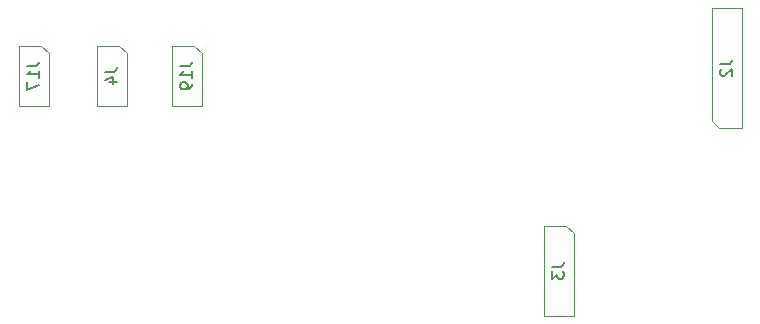
<source format=gbr>
%TF.GenerationSoftware,KiCad,Pcbnew,(6.0.5)*%
%TF.CreationDate,2023-03-12T20:27:37+02:00*%
%TF.ProjectId,rpi-cm4-base-carrier-rocket,7270692d-636d-4342-9d62-6173652d6361,v01*%
%TF.SameCoordinates,Original*%
%TF.FileFunction,AssemblyDrawing,Bot*%
%FSLAX46Y46*%
G04 Gerber Fmt 4.6, Leading zero omitted, Abs format (unit mm)*
G04 Created by KiCad (PCBNEW (6.0.5)) date 2023-03-12 20:27:37*
%MOMM*%
%LPD*%
G01*
G04 APERTURE LIST*
%ADD10C,0.150000*%
%ADD11C,0.100000*%
G04 APERTURE END LIST*
D10*
%TO.C,J4*%
X114514380Y-122094666D02*
X115228666Y-122094666D01*
X115371523Y-122047047D01*
X115466761Y-121951809D01*
X115514380Y-121808952D01*
X115514380Y-121713714D01*
X114847714Y-122999428D02*
X115514380Y-122999428D01*
X114466761Y-122761333D02*
X115181047Y-122523238D01*
X115181047Y-123142285D01*
%TO.C,J2*%
X166584380Y-121449666D02*
X167298666Y-121449666D01*
X167441523Y-121402047D01*
X167536761Y-121306809D01*
X167584380Y-121163952D01*
X167584380Y-121068714D01*
X166679619Y-121878238D02*
X166632000Y-121925857D01*
X166584380Y-122021095D01*
X166584380Y-122259190D01*
X166632000Y-122354428D01*
X166679619Y-122402047D01*
X166774857Y-122449666D01*
X166870095Y-122449666D01*
X167012952Y-122402047D01*
X167584380Y-121830619D01*
X167584380Y-122449666D01*
%TO.C,J3*%
X152360380Y-138604666D02*
X153074666Y-138604666D01*
X153217523Y-138557047D01*
X153312761Y-138461809D01*
X153360380Y-138318952D01*
X153360380Y-138223714D01*
X152360380Y-138985619D02*
X152360380Y-139604666D01*
X152741333Y-139271333D01*
X152741333Y-139414190D01*
X152788952Y-139509428D01*
X152836571Y-139557047D01*
X152931809Y-139604666D01*
X153169904Y-139604666D01*
X153265142Y-139557047D01*
X153312761Y-139509428D01*
X153360380Y-139414190D01*
X153360380Y-139128476D01*
X153312761Y-139033238D01*
X153265142Y-138985619D01*
%TO.C,J19*%
X120864380Y-121618476D02*
X121578666Y-121618476D01*
X121721523Y-121570857D01*
X121816761Y-121475619D01*
X121864380Y-121332761D01*
X121864380Y-121237523D01*
X121864380Y-122618476D02*
X121864380Y-122047047D01*
X121864380Y-122332761D02*
X120864380Y-122332761D01*
X121007238Y-122237523D01*
X121102476Y-122142285D01*
X121150095Y-122047047D01*
X121864380Y-123094666D02*
X121864380Y-123285142D01*
X121816761Y-123380380D01*
X121769142Y-123428000D01*
X121626285Y-123523238D01*
X121435809Y-123570857D01*
X121054857Y-123570857D01*
X120959619Y-123523238D01*
X120912000Y-123475619D01*
X120864380Y-123380380D01*
X120864380Y-123189904D01*
X120912000Y-123094666D01*
X120959619Y-123047047D01*
X121054857Y-122999428D01*
X121292952Y-122999428D01*
X121388190Y-123047047D01*
X121435809Y-123094666D01*
X121483428Y-123189904D01*
X121483428Y-123380380D01*
X121435809Y-123475619D01*
X121388190Y-123523238D01*
X121292952Y-123570857D01*
%TO.C,J17*%
X107910380Y-121613476D02*
X108624666Y-121613476D01*
X108767523Y-121565857D01*
X108862761Y-121470619D01*
X108910380Y-121327761D01*
X108910380Y-121232523D01*
X108910380Y-122613476D02*
X108910380Y-122042047D01*
X108910380Y-122327761D02*
X107910380Y-122327761D01*
X108053238Y-122232523D01*
X108148476Y-122137285D01*
X108196095Y-122042047D01*
X107910380Y-122946809D02*
X107910380Y-123613476D01*
X108910380Y-123184904D01*
D11*
%TO.C,J4*%
X116332000Y-124968000D02*
X116332000Y-120523000D01*
X113792000Y-119888000D02*
X113792000Y-124968000D01*
X115697000Y-119888000D02*
X113792000Y-119888000D01*
X113792000Y-124968000D02*
X116332000Y-124968000D01*
X116332000Y-120523000D02*
X115697000Y-119888000D01*
%TO.C,J2*%
X168402000Y-116703000D02*
X165862000Y-116703000D01*
X168402000Y-126863000D02*
X168402000Y-116703000D01*
X165862000Y-126228000D02*
X166497000Y-126863000D01*
X166497000Y-126863000D02*
X168402000Y-126863000D01*
X165862000Y-116703000D02*
X165862000Y-126228000D01*
%TO.C,J3*%
X151638000Y-135128000D02*
X151638000Y-142748000D01*
X153543000Y-135128000D02*
X151638000Y-135128000D01*
X151638000Y-142748000D02*
X154178000Y-142748000D01*
X154178000Y-142748000D02*
X154178000Y-135763000D01*
X154178000Y-135763000D02*
X153543000Y-135128000D01*
%TO.C,J19*%
X122047000Y-119888000D02*
X120142000Y-119888000D01*
X122682000Y-120523000D02*
X122047000Y-119888000D01*
X122682000Y-124968000D02*
X122682000Y-120523000D01*
X120142000Y-124968000D02*
X122682000Y-124968000D01*
X120142000Y-119888000D02*
X120142000Y-124968000D01*
%TO.C,J17*%
X109728000Y-124963000D02*
X109728000Y-120518000D01*
X109093000Y-119883000D02*
X107188000Y-119883000D01*
X109728000Y-120518000D02*
X109093000Y-119883000D01*
X107188000Y-119883000D02*
X107188000Y-124963000D01*
X107188000Y-124963000D02*
X109728000Y-124963000D01*
%TD*%
M02*

</source>
